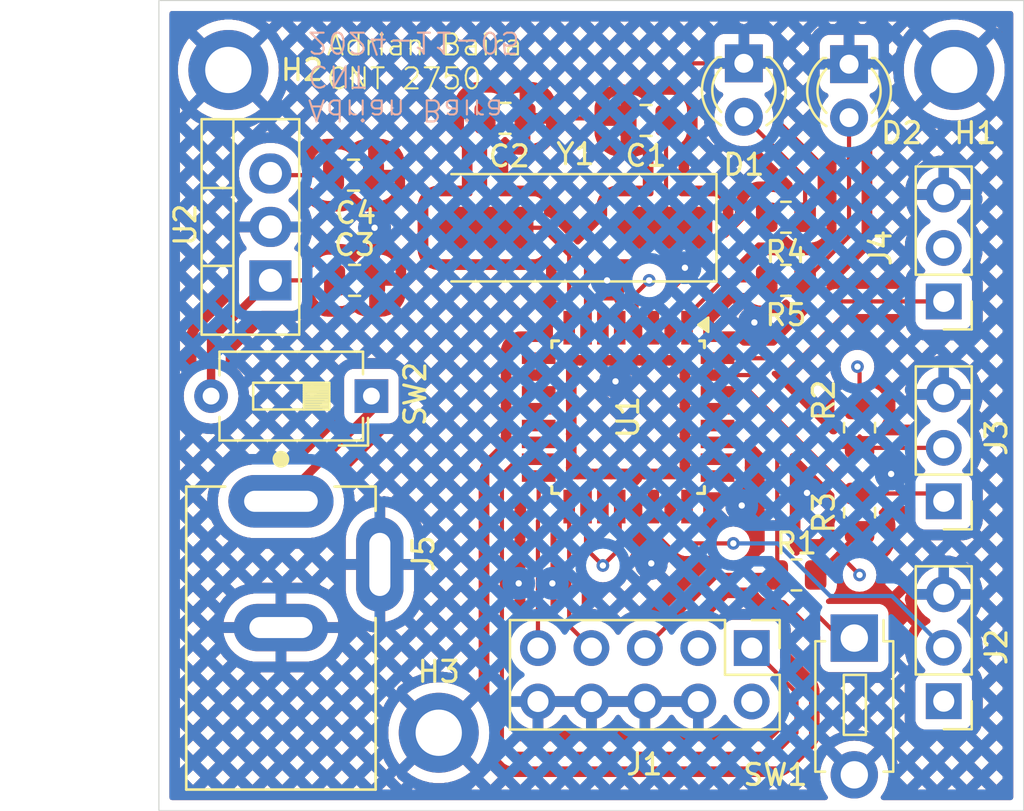
<source format=kicad_pcb>
(kicad_pcb (version 20240108) (generator "pcbnew") (generator_version "8.0")
  (layers (0 "F.Cu" signal) (1 "In1.Cu" signal) (2 "In2.Cu" signal) (31 "B.Cu" signal) (34 "B.Paste" user) (35 "F.Paste" user) (36 "B.SilkS" user "B.Silkscreen") (37 "F.SilkS" user "F.Silkscreen") (38 "B.Mask" user) (39 "F.Mask" user) (44 "Edge.Cuts" user))
  (net 0 "")
  (net 1 "Net-(D1-A)")
  (net 2 "Net-(U1-PD4)")
  (net 3 "GND")
  (net 4 "+5V")
  (net 6 "Net-(SW2-A)")
  (net 7 "Net-(D2-A)")
  (net 10 "Net-(J1-Pin_7)")
  (net 11 "Net-(U1-XTAL2{slash}PB7)")
  (net 14 "Net-(U1-PD3)")
  (net 22 "Net-(J3-Pin_1)")
  (net 23 "Net-(J2-Pin_2)")
  (net 24 "Net-(U1-XTAL1{slash}PB6)")
  (net 26 "Net-(J1-Pin_5)")
  (net 28 "Net-(J1-Pin_9)")
  (net 30 "Net-(SW2-B)")
  (net 31 "Net-(J1-Pin_1)")
  (net 33 "Net-(J3-Pin_2)")
  (net 34 "Net-(J4-Pin_1)")
  (footprint "Resistor_SMD:R_0805_2012Metric" (layer "F.Cu") (at 150 92.5 180)
    (property "Reference" "R4" (at 0 -1.65 0) (layer "F.SilkS"))
    (property "Value" "330")
    (fp_line (start -0.227064 0.735) (end 0.227064 0.735) (stroke (width 0.12)) (layer "F.SilkS"))
    (fp_line (start -0.227064 -0.735) (end 0.227064 -0.735) (stroke (width 0.12)) (layer "F.SilkS"))
    (pad "1" smd roundrect (at -0.9125 0 180) (size 1.025 1.4) (layers "F.Cu" "F.Paste" "F.Mask") (roundrect_rratio 0.243902) (net 1 "Net-(D1-A)"))
    (pad "2" smd roundrect (at 0.9125 0 180) (size 1.025 1.4) (layers "F.Cu" "F.Paste" "F.Mask") (roundrect_rratio 0.243902) (net 2 "Net-(U1-PD4)"))
  )
  (footprint "MountingHole:MountingHole_2.2mm_M2_DIN965_Pad" (layer "F.Cu") (at 158 85.5)
    (property "Reference" "H1" (at 1 3 0) (layer "F.SilkS"))
    (property "Value" "MountHole")
    (pad "1" thru_hole circle (at 0 0) (size 3.8 3.8) (drill 2.2) (layers "*.Cu" "*.Mask") (net 3 "GND"))
  )
  (footprint "PJ_002B:CUI_PJ-002B" (layer "F.Cu") (at 126 106 -90)
    (property "Reference" "J5" (at 2.486547 -6.769195 90) (layer "F.SilkS") (effects (font (size 1.000622 1.000622))))
    (property "Value" "PJ-002B")
    (fp_line (start -0.7 4.5) (end -0.7 2.65) (stroke (width 0.127)) (layer "F.SilkS"))
    (fp_line (start 13.7 4.5) (end -0.7 4.5) (stroke (width 0.127)) (layer "F.SilkS"))
    (fp_line (start -0.7 -2.55) (end -0.7 -4.5) (stroke (width 0.127)) (layer "F.SilkS"))
    (fp_line (start -0.7 -4.5) (end 0.45 -4.5) (stroke (width 0.127)) (layer "F.SilkS"))
    (fp_line (start 5.55 -4.5) (end 13.7 -4.5) (stroke (width 0.127)) (layer "F.SilkS"))
    (fp_line (start 13.7 -4.5) (end 13.7 4.5) (stroke (width 0.127)) (layer "F.SilkS"))
    (fp_circle (center -2 0) (end -1.8 0) (stroke (width 0.4)) (fill none) (layer "F.SilkS"))
    (pad "1" thru_hole oval (at 0 0 270) (size 2.5 5) (drill oval 1 3.5) (layers "*.Cu" "*.Mask") (net 6 "Net-(SW2-A)"))
    (pad "2" thru_hole oval (at 6 0 270) (size 2.25 4.5) (drill oval 1 3) (layers "*.Cu" "*.Mask") (net 3 "GND"))
    (pad "3" thru_hole oval (at 3 -4.7 270) (size 4.5 2.25) (drill oval 3 1) (layers "*.Cu" "*.Mask") (net 3 "GND"))
  )
  (footprint "Connector_PinHeader_2.54mm:PinHeader_1x03_P2.54mm_Vertical" (layer "F.Cu") (at 157.5 106 180)
    (property "Reference" "J3" (at -2.5 3.025 90) (layer "F.SilkS"))
    (property "Value" "UART")
    (fp_line (start 1.33 1.27) (end 1.33 6.41) (stroke (width 0.12)) (layer "F.SilkS"))
    (fp_line (start -1.33 6.41) (end 1.33 6.41) (stroke (width 0.12)) (layer "F.SilkS"))
    (fp_line (start -1.33 1.27) (end 1.33 1.27) (stroke (width 0.12)) (layer "F.SilkS"))
    (fp_line (start -1.33 1.27) (end -1.33 6.41) (stroke (width 0.12)) (layer "F.SilkS"))
    (fp_line (start -1.33 0) (end -1.33 -1.33) (stroke (width 0.12)) (layer "F.SilkS"))
    (fp_line (start -1.33 -1.33) (end 0 -1.33) (stroke (width 0.12)) (layer "F.SilkS"))
    (pad "1" thru_hole rect (at 0 0 180) (size 1.7 1.7) (drill 1) (layers "*.Cu" "*.Mask") (net 22 "Net-(J3-Pin_1)"))
    (pad "2" thru_hole oval (at 0 2.54 180) (size 1.7 1.7) (drill 1) (layers "*.Cu" "*.Mask") (net 33 "Net-(J3-Pin_2)"))
    (pad "3" thru_hole oval (at 0 5.08 180) (size 1.7 1.7) (drill 1) (layers "*.Cu" "*.Mask") (net 3 "GND"))
  )
  (footprint "Crystal:Crystal_SMD_HC49-SD" (layer "F.Cu") (at 140 93 180)
    (property "Reference" "Y1" (at 0 3.5 0) (layer "F.SilkS"))
    (property "Value" "16MHz")
    (fp_line (start 5.9 -2.55) (end -6.7 -2.55) (stroke (width 0.12)) (layer "F.SilkS"))
    (fp_line (start -6.7 2.55) (end 5.9 2.55) (stroke (width 0.12)) (layer "F.SilkS"))
    (fp_line (start -6.7 -2.55) (end -6.7 2.55) (stroke (width 0.12)) (layer "F.SilkS"))
    (pad "1" smd rect (at -4.25 0 180) (size 4.5 2) (layers "F.Cu" "F.Paste" "F.Mask") (net 24 "Net-(U1-XTAL1{slash}PB6)"))
    (pad "2" smd rect (at 4.25 0 180) (size 4.5 2) (layers "F.Cu" "F.Paste" "F.Mask") (net 11 "Net-(U1-XTAL2{slash}PB7)"))
  )
  (footprint "Button_Switch_THT:SW_PUSH_1P1T_6x3.5mm_H4.3_APEM_MJTP1243" (layer "F.Cu") (at 153.25 112.5 -90)
    (property "Reference" "SW1" (at 6.5 3.75 180) (layer "F.SilkS"))
    (property "Value" "RESET")
    (fp_line (start 0.15 1.85) (end 6.35 1.85) (stroke (width 0.12)) (layer "F.SilkS"))
    (fp_line (start 0.15 1.39) (end 0.15 1.85) (stroke (width 0.12)) (layer "F.SilkS"))
    (fp_line (start 6.35 1.39) (end 6.35 1.85) (stroke (width 0.12)) (layer "F.SilkS"))
    (fp_line (start 0.15 -1.39) (end -0.85 -1.39) (stroke (width 0.12)) (layer "F.SilkS"))
    (fp_line (start 0.15 -1.85) (end 0.15 -1.39) (stroke (width 0.12)) (layer "F.SilkS"))
    (fp_line (start 6.35 -1.85) (end 6.35 -1.39) (stroke (width 0.12)) (layer "F.SilkS"))
    (fp_line (start 6.35 -1.85) (end 0.15 -1.85) (stroke (width 0.12)) (layer "F.SilkS"))
    (fp_rect (start 1.75 -0.55) (end 4.6 0.5) (stroke (width 0.12)) (fill none) (layer "F.SilkS"))
    (pad "1" thru_hole rect (at 0 0) (size 2.25 2.25) (drill 1.3) (layers "*.Cu" "*.Mask") (net 26 "Net-(J1-Pin_5)"))
    (pad "2" thru_hole circle (at 6.5 0) (size 2.25 2.25) (drill 1.3) (layers "*.Cu" "*.Mask") (net 3 "GND"))
  )
  (footprint "Button_Switch_THT:SW_DIP_SPSTx01_Slide_6.7x4.1mm_W7.62mm_P2.54mm_LowProfile" (layer "F.Cu") (at 130.3 101 180)
    (property "Reference" "SW2" (at -2.08 0.1 90) (layer "F.SilkS"))
    (property "Value" "SW_SPST")
    (fp_line (start 7.221 0.99) (end 7.221 2.11) (stroke (width 0.12)) (layer "F.SilkS"))
    (fp_line (start 7.221 -2.11) (end 7.221 -0.99) (stroke (width 0.12)) (layer "F.SilkS"))
    (fp_line (start 5.62 0.635) (end 5.62 -0.635) (stroke (width 0.12)) (layer "F.SilkS"))
    (fp_line (start 5.62 -0.635) (end 2 -0.635) (stroke (width 0.12)) (layer "F.SilkS"))
    (fp_line (start 3.206667 -0.635) (end 3.206667 0.635) (stroke (width 0.12)) (layer "F.SilkS"))
    (fp_line (start 2 0.635) (end 5.62 0.635) (stroke (width 0.12)) (layer "F.SilkS"))
    (fp_line (start 2 0.565) (end 3.206667 0.565) (stroke (width 0.12)) (layer "F.SilkS"))
    (fp_line (start 2 0.445) (end 3.206667 0.445) (stroke (width 0.12)) (layer "F.SilkS"))
    (fp_line (start 2 0.325) (end 3.206667 0.325) (stroke (width 0.12)) (layer "F.SilkS"))
    (fp_line (start 2 0.205) (end 3.206667 0.205) (stroke (width 0.12)) (layer "F.SilkS"))
    (fp_line (start 2 0.085) (end 3.206667 0.085) (stroke (width 0.12)) (layer "F.SilkS"))
    (fp_line (start 2 -0.035) (end 3.206667 -0.035) (stroke (width 0.12)) (layer "F.SilkS"))
    (fp_line (start 2 -0.155) (end 3.206667 -0.155) (stroke (width 0.12)) (layer "F.SilkS"))
    (fp_line (start 2 -0.275) (end 3.206667 -0.275) (stroke (width 0.12)) (layer "F.SilkS"))
    (fp_line (start 2 -0.395) (end 3.206667 -0.395) (stroke (width 0.12)) (layer "F.SilkS"))
    (fp_line (start 2 -0.515) (end 3.206667 -0.515) (stroke (width 0.12)) (layer "F.SilkS"))
    (fp_line (start 2 -0.635) (end 2 0.635) (stroke (width 0.12)) (layer "F.SilkS"))
    (fp_line (start 0.4 2.11) (end 7.221 2.11) (stroke (width 0.12)) (layer "F.SilkS"))
    (fp_line (start 0.4 1.04) (end 0.4 2.11) (stroke (width 0.12)) (layer "F.SilkS"))
    (fp_line (start 0.4 -2.11) (end 7.221 -2.11) (stroke (width 0.12)) (layer "F.SilkS"))
    (fp_line (start 0.4 -2.11) (end 0.4 -1.04) (stroke (width 0.12)) (layer "F.SilkS"))
    (fp_line (start 0.16 -2.35) (end 1.543 -2.35) (stroke (width 0.12)) (layer "F.SilkS"))
    (fp_line (start 0.16 -2.35) (end 0.16 -1.04) (stroke (width 0.12)) (layer "F.SilkS"))
    (pad "1" thru_hole rect (at 0 0 180) (size 1.6 1.6) (drill 0.8) (layers "*.Cu" "*.Mask") (net 6 "Net-(SW2-A)"))
    (pad "2" thru_hole oval (at 7.62 0 180) (size 1.6 1.6) (drill 0.8) (layers "*.Cu" "*.Mask") (net 30 "Net-(SW2-B)"))
  )
  (footprint "Capacitor_SMD:C_0805_2012Metric" (layer "F.Cu") (at 136.65 87.8)
    (property "Reference" "C2" (at 0.2 1.8 0) (layer "F.SilkS"))
    (property "Value" "18pF")
    (fp_line (start -0.261252 -0.735) (end 0.261252 -0.735) (stroke (width 0.12)) (layer "F.SilkS"))
    (fp_line (start -0.261252 0.735) (end 0.261252 0.735) (stroke (width 0.12)) (layer "F.SilkS"))
    (pad "1" smd roundrect (at -0.95 0) (size 1 1.45) (layers "F.Cu" "F.Paste" "F.Mask") (net 11 "Net-(U1-XTAL2{slash}PB7)"))
    (pad "2" smd roundrect (at 0.95 0) (size 1 1.45) (layers "F.Cu" "F.Paste" "F.Mask") (net 3 "GND"))
  )
  (footprint "Resistor_SMD:R_0805_2012Metric" (layer "F.Cu") (at 150 95.5 180)
    (property "Reference" "R5" (at 0 -1.65 0) (layer "F.SilkS"))
    (property "Value" "330")
    (fp_line (start -0.227064 0.735) (end 0.227064 0.735) (stroke (width 0.12)) (layer "F.SilkS"))
    (fp_line (start -0.227064 -0.735) (end 0.227064 -0.735) (stroke (width 0.12)) (layer "F.SilkS"))
    (pad "1" smd roundrect (at -0.9125 0 180) (size 1.025 1.4) (layers "F.Cu" "F.Paste" "F.Mask") (roundrect_rratio 0.243902) (net 7 "Net-(D2-A)"))
    (pad "2" smd roundrect (at 0.9125 0 180) (size 1.025 1.4) (layers "F.Cu" "F.Paste" "F.Mask") (roundrect_rratio 0.243902) (net 14 "Net-(U1-PD3)"))
  )
  (footprint "Capacitor_SMD:C_0805_2012Metric" (layer "F.Cu") (at 129.45 90.5)
    (property "Reference" "C4" (at 0.1 1.8 0) (layer "F.SilkS"))
    (property "Value" "0.22uF")
    (fp_line (start -0.261252 -0.735) (end 0.261252 -0.735) (stroke (width 0.12)) (layer "F.SilkS"))
    (fp_line (start -0.261252 0.735) (end 0.261252 0.735) (stroke (width 0.12)) (layer "F.SilkS"))
    (pad "1" smd roundrect (at -0.95 0) (size 1 1.45) (layers "F.Cu" "F.Paste" "F.Mask") (net 4 "+5V"))
    (pad "2" smd roundrect (at 0.95 0) (size 1 1.45) (layers "F.Cu" "F.Paste" "F.Mask") (net 3 "GND"))
  )
  (footprint "Capacitor_SMD:C_0805_2012Metric" (layer "F.Cu") (at 143.35 87.9 180)
    (property "Reference" "C1" (at 0 -1.68 0) (layer "F.SilkS"))
    (property "Value" "18pF")
    (fp_line (start -0.261252 0.735) (end 0.261252 0.735) (stroke (width 0.12)) (layer "F.SilkS"))
    (fp_line (start -0.261252 -0.735) (end 0.261252 -0.735) (stroke (width 0.12)) (layer "F.SilkS"))
    (pad "1" smd roundrect (at -0.95 0 180) (size 1 1.45) (layers "F.Cu" "F.Paste" "F.Mask") (net 24 "Net-(U1-XTAL1{slash}PB6)"))
    (pad "2" smd roundrect (at 0.95 0 180) (size 1 1.45) (layers "F.Cu" "F.Paste" "F.Mask") (net 3 "GND"))
  )
  (footprint "Connector_PinHeader_2.54mm:PinHeader_2x05_P2.54mm_Vertical" (layer "F.Cu") (at 148.375 112.975 -90)
    (property "Reference" "J1" (at 5.525 5.1 0) (layer "F.SilkS"))
    (property "Value" "10PinConnector")
    (fp_line (start -1.33 11.49) (end 3.87 11.49) (stroke (width 0.12)) (layer "F.SilkS"))
    (fp_line (start -1.33 1.27) (end -1.33 11.49) (stroke (width 0.12)) (layer "F.SilkS"))
    (fp_line (start -1.33 1.27) (end 1.27 1.27) (stroke (width 0.12)) (layer "F.SilkS"))
    (fp_line (start 1.27 1.27) (end 1.27 -1.33) (stroke (width 0.12)) (layer "F.SilkS"))
    (fp_line (start -1.33 0) (end -1.33 -1.33) (stroke (width 0.12)) (layer "F.SilkS"))
    (fp_line (start -1.33 -1.33) (end 0 -1.33) (stroke (width 0.12)) (layer "F.SilkS"))
    (fp_line (start 1.27 -1.33) (end 3.87 -1.33) (stroke (width 0.12)) (layer "F.SilkS"))
    (fp_line (start 3.87 -1.33) (end 3.87 11.49) (stroke (width 0.12)) (layer "F.SilkS"))
    (pad "1" thru_hole rect (at 0 0 270) (size 1.7 1.7) (drill 1) (layers "*.Cu" "*.Mask") (net 31 "Net-(J1-Pin_1)"))
    (pad "2" thru_hole oval (at 2.54 0 270) (size 1.7 1.7) (drill 1) (layers "*.Cu" "*.Mask") (net 4 "+5V"))
    (pad "3" thru_hole oval (at 0 2.54 270) (size 1.7 1.7) (drill 1) (layers "*.Cu" "*.Mask"))
    (pad "4" thru_hole oval (at 2.54 2.54 270) (size 1.7 1.7) (drill 1) (layers "*.Cu" "*.Mask") (net 3 "GND"))
    (pad "5" thru_hole oval (at 0 5.08 270) (size 1.7 1.7) (drill 1) (layers "*.Cu" "*.Mask") (net 26 "Net-(J1-Pin_5)"))
    (pad "6" thru_hole oval (at 2.54 5.08 270) (size 1.7 1.7) (drill 1) (layers "*.Cu" "*.Mask") (net 3 "GND"))
    (pad "7" thru_hole oval (at 0 7.62 270) (size 1.7 1.7) (drill 1) (layers "*.Cu" "*.Mask") (net 10 "Net-(J1-Pin_7)"))
    (pad "8" thru_hole oval (at 2.54 7.62 270) (size 1.7 1.7) (drill 1) (layers "*.Cu" "*.Mask") (net 3 "GND"))
    (pad "9" thru_hole oval (at 0 10.16 270) (size 1.7 1.7) (drill 1) (layers "*.Cu" "*.Mask") (net 28 "Net-(J1-Pin_9)"))
    (pad "10" thru_hole oval (at 2.54 10.16 270) (size 1.7 1.7) (drill 1) (layers "*.Cu" "*.Mask") (net 3 "GND"))
  )
  (footprint "Resistor_SMD:R_0805_2012Metric" (layer "F.Cu") (at 150.5 109.5 180)
    (property "Reference" "R1" (at 0 1.5 0) (layer "F.SilkS"))
    (property "Value" "10K")
    (fp_line (start -0.227064 0.735) (end 0.227064 0.735) (stroke (width 0.12)) (layer "F.SilkS"))
    (fp_line (start -0.227064 -0.735) (end 0.227064 -0.735) (stroke (width 0.12)) (layer "F.SilkS"))
    (pad "1" smd roundrect (at -0.9125 0 180) (size 1.025 1.4) (layers "F.Cu" "F.Paste" "F.Mask") (roundrect_rratio 0.243902) (net 4 "+5V"))
    (pad "2" smd roundrect (at 0.9125 0 180) (size 1.025 1.4) (layers "F.Cu" "F.Paste" "F.Mask") (roundrect_rratio 0.243902) (net 26 "Net-(J1-Pin_5)"))
  )
  (footprint "Package_TO_SOT_THT:TO-220-3_Vertical" (layer "F.Cu") (at 125.5 95.5 90)
    (property "Reference" "U2" (at 2.64 -4.045 90) (layer "F.SilkS"))
    (property "Value" "LM7805_TO220")
    (fp_line (start 7.66 -3.27) (end 7.66 1.371) (stroke (width 0.12)) (layer "F.SilkS"))
    (fp_line (start 4.391 -3.27) (end 4.391 -1.76) (stroke (width 0.12)) (layer "F.SilkS"))
    (fp_line (start 0.69 -3.27) (end 0.69 -1.76) (stroke (width 0.12)) (layer "F.SilkS"))
    (fp_line (start -2.58 -3.27) (end 7.66 -3.27) (stroke (width 0.12)) (layer "F.SilkS"))
    (fp_line (start -2.58 -3.27) (end -2.58 1.371) (stroke (width 0.12)) (layer "F.SilkS"))
    (fp_line (start -2.58 -1.76) (end 7.66 -1.76) (stroke (width 0.12)) (layer "F.SilkS"))
    (fp_line (start -2.58 1.371) (end 7.66 1.371) (stroke (width 0.12)) (layer "F.SilkS"))
    (pad "1" thru_hole rect (at 0 0 90) (size 1.905 2) (drill 1.1) (layers "*.Cu" "*.Mask") (net 30 "Net-(SW2-B)"))
    (pad "2" thru_hole oval (at 2.54 0 90) (size 1.905 2) (drill 1.1) (layers "*.Cu" "*.Mask") (net 3 "GND"))
    (pad "3" thru_hole oval (at 5.08 0 90) (size 1.905 2) (drill 1.1) (layers "*.Cu" "*.Mask") (net 4 "+5V"))
  )
  (footprint "Connector_PinHeader_2.54mm:PinHeader_1x03_P2.54mm_Vertical" (layer "F.Cu") (at 157.5 115.5 180)
    (property "Reference" "J2" (at -2.5 2.58 90) (layer "F.SilkS"))
    (property "Value" "MotionSensor")
    (fp_line (start 1.33 1.27) (end 1.33 6.41) (stroke (width 0.12)) (layer "F.SilkS"))
    (fp_line (start -1.33 6.41) (end 1.33 6.41) (stroke (width 0.12)) (layer "F.SilkS"))
    (fp_line (start -1.33 1.27) (end 1.33 1.27) (stroke (width 0.12)) (layer "F.SilkS"))
    (fp_line (start -1.33 1.27) (end -1.33 6.41) (stroke (width 0.12)) (layer "F.SilkS"))
    (fp_line (start -1.33 0) (end -1.33 -1.33) (stroke (width 0.12)) (layer "F.SilkS"))
    (fp_line (start -1.33 -1.33) (end 0 -1.33) (stroke (width 0.12)) (layer "F.SilkS"))
    (pad "1" thru_hole rect (at 0 0 180) (size 1.7 1.7) (drill 1) (layers "*.Cu" "*.Mask") (net 4 "+5V"))
    (pad "2" thru_hole oval (at 0 2.54 180) (size 1.7 1.7) (drill 1) (layers "*.Cu" "*.Mask") (net 23 "Net-(J2-Pin_2)"))
    (pad "3" thru_hole oval (at 0 5.08 180) (size 1.7 1.7) (drill 1) (layers "*.Cu" "*.Mask") (net 3 "GND"))
  )
  (footprint "MountingHole:MountingHole_2.2mm_M2_DIN965_Pad" (layer "F.Cu") (at 133.5 117)
    (property "Reference" "H3" (at 0 -2.9 0) (layer "F.SilkS"))
    (property "Value" "MountHole")
    (pad "1" thru_hole circle (at 0 0) (size 3.8 3.8) (drill 2.2) (layers "*.Cu" "*.Mask") (net 3 "GND"))
  )
  (footprint "Capacitor_SMD:C_0805_2012Metric" (layer "F.Cu") (at 129.5 95.5)
    (property "Reference" "C3" (at 0 -1.68 0) (layer "F.SilkS"))
    (property "Value" "0.22uF")
    (fp_line (start -0.261252 -0.735) (end 0.261252 -0.735) (stroke (width 0.12)) (layer "F.SilkS"))
    (fp_line (start -0.261252 0.735) (end 0.261252 0.735) (stroke (width 0.12)) (layer "F.SilkS"))
    (pad "1" smd roundrect (at -0.95 0) (size 1 1.45) (layers "F.Cu" "F.Paste" "F.Mask") (net 30 "Net-(SW2-B)"))
    (pad "2" smd roundrect (at 0.95 0) (size 1 1.45) (layers "F.Cu" "F.Paste" "F.Mask") (net 3 "GND"))
  )
  (footprint "Package_QFP:TQFP-32_7x7mm_P0.8mm" (layer "F.Cu") (at 142.5 102 -90)
    (property "Reference" "U1" (at 0 0 90) (layer "F.SilkS"))
    (property "Value" "ATmega328PB-A")
    (fp_line (start -3.625 3.625) (end -3.3 3.625) (stroke (width 0.15)) (layer "F.SilkS"))
    (fp_line (start -3.625 3.625) (end -3.625 3.3) (stroke (width 0.15)) (layer "F.SilkS"))
    (fp_line (start 3.625 3.625) (end 3.3 3.625) (stroke (width 0.15)) (layer "F.SilkS"))
    (fp_line (start 3.625 3.625) (end 3.625 3.3) (stroke (width 0.15)) (layer "F.SilkS"))
    (fp_line (start -3.625 -3.625) (end -3.625 -3.4) (stroke (width 0.15)) (layer "F.SilkS"))
    (fp_line (start -3.625 -3.625) (end -3.3 -3.625) (stroke (width 0.15)) (layer "F.SilkS"))
    (fp_line (start 3.625 -3.625) (end 3.625 -3.3) (stroke (width 0.15)) (layer "F.SilkS"))
    (fp_line (start 3.625 -3.625) (end 3.3 -3.625) (stroke (width 0.15)) (layer "F.SilkS"))
    (fp_poly (pts (xy -4.39 -3.34) (xy -4.73 -3.81) (xy -4.05 -3.81) (xy -4.39 -3.34)) (stroke (width 0.12)) (fill solid) (layer "F.SilkS"))
    (pad "1" smd rect (at -4.25 -2.8 270) (size 1.6 0.55) (layers "F.Cu" "F.Paste" "F.Mask") (net 14 "Net-(U1-PD3)"))
    (pad "2" smd rect (at -4.25 -2 270) (size 1.6 0.55) (layers "F.Cu" "F.Paste" "F.Mask") (net 2 "Net-(U1-PD4)"))
    (pad "3" smd rect (at -4.25 -1.2 270) (size 1.6 0.55) (layers "F.Cu" "F.Paste" "F.Mask"))
    (pad "4" smd rect (at -4.25 -0.4 270) (size 1.6 0.55) (layers "F.Cu" "F.Paste" "F.Mask") (net 4 "+5V"))
    (pad "5" smd rect (at -4.25 0.4 270) (size 1.6 0.55) (layers "F.Cu" "F.Paste" "F.Mask") (net 3 "GND"))
    (pad "6" smd rect (at -4.25 1.2 270) (size 1.6 0.55) (layers "F.Cu" "F.Paste" "F.Mask"))
    (pad "7" smd rect (at -4.25 2 270) (size 1.6 0.55) (layers "F.Cu" "F.Paste" "F.Mask") (net 24 "Net-(U1-XTAL1{slash}PB6)"))
    (pad "8" smd rect (at -4.25 2.8 270) (size 1.6 0.55) (layers "F.Cu" "F.Paste" "F.Mask") (net 11 "Net-(U1-XTAL2{slash}PB7)"))
    (pad "9" smd rect (at -2.8 4.25) (size 1.6 0.55) (layers "F.Cu" "F.Paste" "F.Mask"))
    (pad "10" smd rect (at -2 4.25) (size 1.6 0.55) (layers "F.Cu" "F.Paste" "F.Mask"))
    (pad "11" smd rect (at -1.2 4.25) (size 1.6 0.55) (layers "F.Cu" "F.Paste" "F.Mask"))
    (pad "12" smd rect (at -0.4 4.25) (size 1.6 0.55) (layers "F.Cu" "F.Paste" "F.Mask"))
    (pad "13" smd rect (at 0.4 4.25) (size 1.6 0.55) (layers "F.Cu" "F.Paste" "F.Mask"))
    (pad "14" smd rect (at 1.2 4.25) (size 1.6 0.55) (layers "F.Cu" "F.Paste" "F.Mask"))
    (pad "15" smd rect (at 2 4.25) (size 1.6 0.55) (layers "F.Cu" "F.Paste" "F.Mask") (net 31 "Net-(J1-Pin_1)"))
    (pad "16" smd rect (at 2.8 4.25) (size 1.6 0.55) (layers "F.Cu" "F.Paste" "F.Mask") (net 28 "Net-(J1-Pin_9)"))
    (pad "17" smd rect (at 4.25 2.8 270) (size 1.6 0.55) (layers "F.Cu" "F.Paste" "F.Mask") (net 10 "Net-(J1-Pin_7)"))
    (pad "18" smd rect (at 4.25 2 270) (size 1.6 0.55) (layers "F.Cu" "F.Paste" "F.Mask") (net 4 "+5V"))
    (pad "19" smd rect (at 4.25 1.2 270) (size 1.6 0.55) (layers "F.Cu" "F.Paste" "F.Mask"))
    (pad "20" smd rect (at 4.25 0.4 270) (size 1.6 0.55) (layers "F.Cu" "F.Paste" "F.Mask") (net 4 "+5V"))
    (pad "21" smd rect (at 4.25 -0.4 270) (size 1.6 0.55) (layers "F.Cu" "F.Paste" "F.Mask") (net 3 "GND"))
    (pad "22" smd rect (at 4.25 -1.2 270) (size 1.6 0.55) (layers "F.Cu" "F.Paste" "F.Mask"))
    (pad "23" smd rect (at 4.25 -2 270) (size 1.6 0.55) (layers "F.Cu" "F.Paste" "F.Mask") (net 23 "Net-(J2-Pin_2)"))
    (pad "24" smd rect (at 4.25 -2.8 270) (size 1.6 0.55) (layers "F.Cu" "F.Paste" "F.Mask"))
    (pad "25" smd rect (at 2.8 -4.25) (size 1.6 0.55) (layers "F.Cu" "F.Paste" "F.Mask"))
    (pad "26" smd rect (at 2 -4.25) (size 1.6 0.55) (layers "F.Cu" "F.Paste" "F.Mask"))
    (pad "27" smd rect (at 1.2 -4.25) (size 1.6 0.55) (layers "F.Cu" "F.Paste" "F.Mask"))
    (pad "28" smd rect (at 0.4 -4.25) (size 1.6 0.55) (layers "F.Cu" "F.Paste" "F.Mask"))
    (pad "29" smd rect (at -0.4 -4.25) (size 1.6 0.55) (layers "F.Cu" "F.Paste" "F.Mask") (net 26 "Net-(J1-Pin_5)"))
    (pad "30" smd rect (at -1.2 -4.25) (size 1.6 0.55) (layers "F.Cu" "F.Paste" "F.Mask") (net 22 "Net-(J3-Pin_1)"))
    (pad "31" smd rect (at -2 -4.25) (size 1.6 0.55) (layers "F.Cu" "F.Paste" "F.Mask") (net 33 "Net-(J3-Pin_2)"))
    (pad "32" smd rect (at -2.8 -4.25) (size 1.6 0.55) (layers "F.Cu" "F.Paste" "F.Mask") (net 34 "Net-(J4-Pin_1)"))
  )
  (footprint "Resistor_SMD:R_0805_2012Metric" (layer "F.Cu") (at 153.5 106.54 -90)
    (property "Reference" "R3" (at 0 1.7 90) (layer "F.SilkS"))
    (property "Value" "10K")
    (fp_line (start -0.227064 0.735) (end 0.227064 0.735) (stroke (width 0.12)) (layer "F.SilkS"))
    (fp_line (start -0.227064 -0.735) (end 0.227064 -0.735) (stroke (width 0.12)) (layer "F.SilkS"))
    (pad "1" smd roundrect (at -0.9125 0 270) (size 1.025 1.4) (layers "F.Cu" "F.Paste" "F.Mask") (roundrect_rratio 0.243902) (net 22 "Net-(J3-Pin_1)"))
    (pad "2" smd roundrect (at 0.9125 0 270) (size 1.025 1.4) (layers "F.Cu" "F.Paste" "F.Mask") (roundrect_rratio 0.243902) (net 4 "+5V"))
  )
  (footprint "LED_THT:LED_D3.0mm" (layer "F.Cu") (at 153 85.225 -90)
    (property "Reference" "D2" (at 3.275 -2.5 0) (layer "F.SilkS"))
    (property "Value" "LED")
    (fp_line (start -0.29 1.08) (end -0.29 1.236) (stroke (width 0.12)) (layer "F.SilkS"))
    (fp_line (start -0.29 -1.236) (end -0.29 -1.08) (stroke (width 0.12)) (layer "F.SilkS"))
    (fp_arc (start 2.31113 1.079837) (mid 1.270117 1.5) (end 0.229039 1.08) (stroke (width 0.12)) (layer "F.SilkS"))
    (fp_arc (start 2.942335 1.078608) (mid 1.366487 1.987659) (end -0.29 1.235516) (stroke (width 0.12)) (layer "F.SilkS"))
    (fp_arc (start 0.229039 -1.08) (mid 1.270117 -1.5) (end 2.31113 -1.079837) (stroke (width 0.12)) (layer "F.SilkS"))
    (fp_arc (start -0.29 -1.235516) (mid 1.366487 -1.987659) (end 2.942335 -1.078608) (stroke (width 0.12)) (layer "F.SilkS"))
    (pad "1" thru_hole rect (at 0 0 270) (size 1.8 1.8) (drill 0.9) (layers "*.Cu" "*.Mask") (net 3 "GND"))
    (pad "2" thru_hole circle (at 2.54 0 270) (size 1.8 1.8) (drill 0.9) (layers "*.Cu" "*.Mask") (net 7 "Net-(D2-A)"))
  )
  (footprint "Resistor_SMD:R_0805_2012Metric" (layer "F.Cu") (at 153.5 102.5 90)
    (property "Reference" "R2" (at 1.3 -1.7 90) (layer "F.SilkS"))
    (property "Value" "10K")
    (fp_line (start -0.227064 -0.735) (end 0.227064 -0.735) (stroke (width 0.12)) (layer "F.SilkS"))
    (fp_line (start -0.227064 0.735) (end 0.227064 0.735) (stroke (width 0.12)) (layer "F.SilkS"))
    (pad "1" smd roundrect (at -0.9125 0 90) (size 1.025 1.4) (layers "F.Cu" "F.Paste" "F.Mask") (roundrect_rratio 0.243902) (net 33 "Net-(J3-Pin_2)"))
    (pad "2" smd roundrect (at 0.9125 0 90) (size 1.025 1.4) (layers "F.Cu" "F.Paste" "F.Mask") (roundrect_rratio 0.243902) (net 4 "+5V"))
  )
  (footprint "LED_THT:LED_D3.0mm" (layer "F.Cu") (at 148 85.185 -90)
    (property "Reference" "D1" (at 4.815 0 0) (layer "F.SilkS"))
    (property "Value" "LED")
    (fp_line (start -0.29 1.08) (end -0.29 1.236) (stroke (width 0.12)) (layer "F.SilkS"))
    (fp_line (start -0.29 -1.236) (end -0.29 -1.08) (stroke (width 0.12)) (layer "F.SilkS"))
    (fp_arc (start 2.31113 1.079837) (mid 1.270117 1.5) (end 0.229039 1.08) (stroke (width 0.12)) (layer "F.SilkS"))
    (fp_arc (start 2.942335 1.078608) (mid 1.366487 1.987659) (end -0.29 1.235516) (stroke (width 0.12)) (layer "F.SilkS"))
    (fp_arc (start 0.229039 -1.08) (mid 1.270117 -1.5) (end 2.31113 -1.079837) (stroke (width 0.12)) (layer "F.SilkS"))
    (fp_arc (start -0.29 -1.235516) (mid 1.366487 -1.987659) (end 2.942335 -1.078608) (stroke (width 0.12)) (layer "F.SilkS"))
    (pad "1" thru_hole rect (at 0 0 270) (size 1.8 1.8) (drill 0.9) (layers "*.Cu" "*.Mask") (net 3 "GND"))
    (pad "2" thru_hole circle (at 2.54 0 270) (size 1.8 1.8) (drill 0.9) (layers "*.Cu" "*.Mask") (net 1 "Net-(D1-A)"))
  )
  (footprint "MountingHole:MountingHole_2.2mm_M2_DIN965_Pad" (layer "F.Cu") (at 123.5 85.5)
    (property "Reference" "H2" (at 3.5 0 0) (layer "F.SilkS"))
    (property "Value" "MountHole")
    (pad "1" thru_hole circle (at 0 0) (size 3.8 3.8) (drill 2.2) (layers "*.Cu" "*.Mask") (net 3 "GND"))
  )
  (footprint "Connector_PinHeader_2.54mm:PinHeader_1x03_P2.54mm_Vertical" (layer "F.Cu") (at 157.5 96.5 180)
    (property "Reference" "J4" (at 3 2.54 90) (layer "F.SilkS"))
    (property "Value" "MotorHeader")
    (fp_line (start 1.33 1.27) (end 1.33 6.41) (stroke (width 0.12)) (layer "F.SilkS"))
    (fp_line (start -1.33 6.41) (end 1.33 6.41) (stroke (width 0.12)) (layer "F.SilkS"))
    (fp_line (start -1.33 1.27) (end 1.33 1.27) (stroke (width 0.12)) (layer "F.SilkS"))
    (fp_line (start -1.33 1.27) (end -1.33 6.41) (stroke (width 0.12)) (layer "F.SilkS"))
    (fp_line (start -1.33 0) (end -1.33 -1.33) (stroke (width 0.12)) (layer "F.SilkS"))
    (fp_line (start -1.33 -1.33) (end 0 -1.33) (stroke (width 0.12)) (layer "F.SilkS"))
    (pad "1" thru_hole rect (at 0 0 180) (size 1.7 1.7) (drill 1) (layers "*.Cu" "*.Mask") (net 34 "Net-(J4-Pin_1)"))
    (pad "2" thru_hole oval (at 0 2.54 180) (size 1.7 1.7) (drill 1) (layers "*.Cu" "*.Mask") (net 4 "+5V"))
    (pad "3" thru_hole oval (at 0 5.08 180) (size 1.7 1.7) (drill 1) (layers "*.Cu" "*.Mask") (net 3 "GND"))
  )
  (gr_rect (start 120.2 82.2) (end 161.3 120.7) (stroke (width 0.05)) (fill none) (layer "Edge.Cuts"))
  (gr_text "Adrian Baira\nCNT\n2024-11-05" (at 127.2 83.6 180) (layer "B.SilkS") (effects (font (size 1 1) (thickness 0.1)) (justify left bottom mirror)))
  (gr_text "Adrian Baira\nCNT 2750" (at 128.1 86.5 0) (layer "F.SilkS") (effects (font (size 1 1) (thickness 0.1)) (justify left bottom)))
  (segment (start 150.9125 92.5) (end 150.9125 90.6375) (width 0.2) (layer "F.Cu") (net 1))
  (segment (start 150.9125 90.6375) (end 148 87.725) (width 0.2) (layer "F.Cu") (net 1))
  (segment (start 149 92.5) (end 144.5 97) (width 0.2) (layer "F.Cu") (net 2))
  (segment (start 144.5 97) (end 144.5 97.75) (width 0.2) (layer "F.Cu") (net 2))
  (segment (start 149.0875 92.5) (end 149 92.5) (width 0.2) (layer "F.Cu") (net 2))
  (segment (start 130.45 90.55) (end 130.4 90.5) (width 0.2) (layer "F.Cu") (net 3))
  (segment (start 142.9 108.25) (end 142.9 106.25) (width 0.2) (layer "F.Cu") (net 3))
  (segment (start 143.6 108.95) (end 142.9 108.25) (width 0.2) (layer "F.Cu") (net 3))
  (segment (start 141.5 95.5) (end 142.1 96.1) (width 0.2) (layer "F.Cu") (net 3))
  (segment (start 145.115 85.185) (end 148 85.185) (width 0.2) (layer "F.Cu") (net 3))
  (segment (start 142.3 87.8) (end 142.4 87.9) (width 0.2) (layer "F.Cu") (net 3))
  (segment (start 142.4 87.9) (end 145.115 85.185) (width 0.2) (layer "F.Cu") (net 3))
  (segment (start 137.6 87.8) (end 142.3 87.8) (width 0.2) (layer "F.Cu") (net 3))
  (segment (start 142.1 96.1) (end 142.1 97.75) (width 0.2) (layer "F.Cu") (net 3))
  (segment (start 130.45 95.5) (end 130.45 90.55) (width 0.2) (layer "F.Cu") (net 3))
  (via (at 141.9 100.3) (size 0.6) (drill 0.3) (layers "F.Cu" "B.Cu") (net 3))
  (via (at 141.5 95.5) (size 0.6) (drill 0.3) (layers "F.Cu" "B.Cu") (net 3))
  (via (at 130.45 93) (size 0.6) (drill 0.3) (layers "F.Cu" "B.Cu") (net 3))
  (via (at 147.9 106.2) (size 0.6) (drill 0.3) (layers "F.Cu" "B.Cu") (net 3))
  (via (at 145.2 94.9) (size 0.6) (drill 0.3) (layers "F.Cu" "B.Cu") (net 3))
  (via (at 148.5 97.5) (size 0.6) (drill 0.3) (layers "F.Cu" "B.Cu") (net 3))
  (via (at 155 104.7) (size 0.6) (drill 0.3) (layers "F.Cu" "B.Cu") (net 3))
  (via (at 137.3 109.9) (size 0.6) (drill 0.3) (layers "F.Cu" "B.Cu") (net 3))
  (via (at 151 105.6) (size 0.6) (drill 0.3) (layers "F.Cu" "B.Cu") (net 3))
  (via (at 138.9 109.9) (size 0.6) (drill 0.3) (layers "F.Cu" "B.Cu") (net 3))
  (via (at 143.6 108.95) (size 0.6) (drill 0.3) (layers "F.Cu" "B.Cu") (net 3))
  (segment (start 143.5 95.5) (end 142.9 96.1) (width 0.2) (layer "F.Cu") (net 4))
  (segment (start 153.5 99.9) (end 153.5 101.5875) (width 0.2) (layer "F.Cu") (net 4))
  (segment (start 151.4525 109.5) (end 151.4125 109.5) (width 0.2) (layer "F.Cu") (net 4))
  (segment (start 140.5 108.25) (end 140.5 106.25) (width 0.2) (layer "F.Cu") (net 4))
  (segment (start 141.3 109.05) (end 140.5 108.25) (width 0.2) (layer "F.Cu") (net 4))
  (segment (start 128.5 90.5) (end 125.58 90.5) (width 0.2) (layer "F.Cu") (net 4))
  (segment (start 125.58 90.5) (end 125.5 90.42) (width 0.2) (layer "F.Cu") (net 4))
  (segment (start 152.47625 108.47625) (end 151.4525 109.5) (width 0.2) (layer "F.Cu") (net 4))
  (segment (start 141.3 109.05) (end 142.1 108.25) (width 0.2) (layer "F.Cu") (net 4))
  (segment (start 153.5 107.4525) (end 152.47625 108.47625) (width 0.2) (layer "F.Cu") (net 4))
  (segment (start 152.47625 108.47625) (end 153.5 109.5) (width 0.2) (layer "F.Cu") (net 4))
  (segment (start 142.1 108.25) (end 142.1 106.25) (width 0.2) (layer "F.Cu") (net 4))
  (segment (start 153.4 99.6) (end 153.5 99.7) (width 0.2) (layer "F.Cu") (net 4))
  (segment (start 142.9 96.1) (end 142.9 97.75) (width 0.2) (layer "F.Cu") (net 4))
  (via (at 141.3 109.05) (size 0.6) (drill 0.3) (layers "F.Cu" "B.Cu") (net 4))
  (via (at 143.5 95.5) (size 0.6) (drill 0.3) (layers "F.Cu" "B.Cu") (net 4))
  (via (at 153.4 99.6) (size 0.6) (drill 0.3) (layers "F.Cu" "B.Cu") (net 4))
  (via (at 153.5 109.5) (size 0.6) (drill 0.3) (layers "F.Cu" "B.Cu") (net 4))
  (segment (start 130.3 101) (end 130.3 101.7) (width 0.2) (layer "F.Cu") (net 6))
  (segment (start 126 106) (end 126 105.5) (width 0.2) (layer "F.Cu") (net 6))
  (segment (start 130.3 101.7) (end 126 106) (width 0.4) (layer "F.Cu") (net 6))
  (segment (start 153 93.4125) (end 153 87.765) (width 0.2) (layer "F.Cu") (net 7))
  (segment (start 150.9125 95.5) (end 153 93.4125) (width 0.2) (layer "F.Cu") (net 7))
  (segment (start 139.7 111.92) (end 139.7 106.25) (width 0.2) (layer "F.Cu") (net 10))
  (segment (start 140.755 112.975) (end 139.7 111.92) (width 0.2) (layer "F.Cu") (net 10))
  (segment (start 139.7 97.75) (end 139.7 94.3) (width 0.2) (layer "F.Cu") (net 11))
  (segment (start 138.4 93) (end 135.75 93) (width 0.2) (layer "F.Cu") (net 11))
  (segment (start 139.7 94.3) (end 138.4 93) (width 0.2) (layer "F.Cu") (net 11))
  (segment (start 135.7 87.8) (end 135.7 92.95) (width 0.2) (layer "F.Cu") (net 11))
  (segment (start 135.7 92.95) (end 135.75 93) (width 0.2) (layer "F.Cu") (net 11))
  (segment (start 147 95.5) (end 149.0875 95.5) (width 0.2) (layer "F.Cu") (net 14))
  (segment (start 145.3 97.2) (end 147 95.5) (width 0.2) (layer "F.Cu") (net 14))
  (segment (start 145.3 97.75) (end 145.3 97.2) (width 0.2) (layer "F.Cu") (net 14))
  (segment (start 153.1275 105.6275) (end 148.3 100.8) (width 0.2) (layer "F.Cu") (net 22))
  (segment (start 148.3 100.8) (end 146.75 100.8) (width 0.2) (layer "F.Cu") (net 22))
  (segment (start 153.5875 105.54) (end 153.5 105.6275) (width 0.2) (layer "F.Cu") (net 22))
  (segment (start 153.5 105.6275) (end 157.1275 105.6275) (width 0.2) (layer "F.Cu") (net 22))
  (segment (start 157.1275 105.6275) (end 157.5 106) (width 0.2) (layer "F.Cu") (net 22))
  (segment (start 153.5 105.6275) (end 153.1275 105.6275) (width 0.2) (layer "F.Cu") (net 22))
  (segment (start 144.5 107.25) (end 144.5 106.25) (width 0.2) (layer "F.Cu") (net 23))
  (segment (start 145.25 108) (end 144.5 107.25) (width 0.2) (layer "F.Cu") (net 23))
  (segment (start 147.5 108) (end 145.25 108) (width 0.2) (layer "F.Cu") (net 23))
  (via (at 147.5 108) (size 0.6) (drill 0.3) (layers "F.Cu" "B.Cu") (net 23))
  (segment (start 152.1 110.5) (end 149.6 108) (width 0.2) (layer "B.Cu") (net 23))
  (segment (start 149.6 108) (end 147.5 108) (width 0.2) (layer "B.Cu") (net 23))
  (segment (start 157.5 112.96) (end 155.04 110.5) (width 0.2) (layer "B.Cu") (net 23))
  (segment (start 155.04 110.5) (end 152.1 110.5) (width 0.2) (layer "B.Cu") (net 23))
  (segment (start 144.3 92.95) (end 144.25 93) (width 0.2) (layer "F.Cu") (net 24))
  (segment (start 140.5 94.3) (end 141.8 93) (width 0.2) (layer "F.Cu") (net 24))
  (segment (start 144.3 87.9) (end 144.3 92.95) (width 0.2) (layer "F.Cu") (net 24))
  (segment (start 140.5 97.75) (end 140.5 94.3) (width 0.2) (layer "F.Cu") (net 24))
  (segment (start 141.8 93) (end 144.25 93) (width 0.2) (layer "F.Cu") (net 24))
  (segment (start 146.75 101.6) (end 147.625 101.6) (width 0.2) (layer "F.Cu") (net 26))
  (segment (start 149.5875 103.5625) (end 149 102.975) (width 0.2) (layer "F.Cu") (net 26))
  (segment (start 143.295 112.975) (end 146.77 109.5) (width 0.2) (layer "F.Cu") (net 26))
  (segment (start 149.5875 109.5) (end 152.5875 112.5) (width 0.2) (layer "F.Cu") (net 26))
  (segment (start 147.625 101.6) (end 149 102.975) (width 0.2) (layer "F.Cu") (net 26))
  (segment (start 149.5875 109.5) (end 149.5875 103.5625) (width 0.2) (layer "F.Cu") (net 26))
  (segment (start 146.77 109.5) (end 149.5875 109.5) (width 0.2) (layer "F.Cu") (net 26))
  (segment (start 152.5875 112.5) (end 153 112.5) (width 0.2) (layer "F.Cu") (net 26))
  (segment (start 138.25 106.9) (end 138.25 104.8) (width 0.2) (layer "F.Cu") (net 28))
  (segment (start 138.215 106.935) (end 138.25 106.9) (width 0.2) (layer "F.Cu") (net 28))
  (segment (start 138.215 106.935) (end 138.215 112.975) (width 0.2) (layer "F.Cu") (net 28))
  (segment (start 138.38 104.93) (end 138.25 104.8) (width 0.2) (layer "F.Cu") (net 28))
  (segment (start 122.68 101) (end 122.68 98.32) (width 0.4) (layer "F.Cu") (net 30))
  (segment (start 122.68 98.32) (end 125.5 95.5) (width 0.4) (layer "F.Cu") (net 30))
  (segment (start 125.5 95.5) (end 128.55 95.5) (width 0.2) (layer "F.Cu") (net 30))
  (segment (start 137 118) (end 136.5 117.5) (width 0.2) (layer "F.Cu") (net 31))
  (segment (start 148.375 112.975) (end 150.5 115.1) (width 0.2) (layer "F.Cu") (net 31))
  (segment (start 136.5 104.75) (end 137.25 104) (width 0.2) (layer "F.Cu") (net 31))
  (segment (start 150.5 117) (end 149.5 118) (width 0.2) (layer "F.Cu") (net 31))
  (segment (start 149.5 118) (end 137 118) (width 0.2) (layer "F.Cu") (net 31))
  (segment (start 136.5 117.5) (end 136.5 104.75) (width 0.2) (layer "F.Cu") (net 31))
  (segment (start 150.5 115.1) (end 150.5 117) (width 0.2) (layer "F.Cu") (net 31))
  (segment (start 137.25 104) (end 138.25 104) (width 0.2) (layer "F.Cu") (net 31))
  (segment (start 148.5 100) (end 146.75 100) (width 0.2) (layer "F.Cu") (net 33))
  (segment (start 151.9125 103.4125) (end 148.5 100) (width 0.2) (layer "F.Cu") (net 33))
  (segment (start 153.5475 103.46) (end 153.5 103.4125) (width 0.2) (layer "F.Cu") (net 33))
  (segment (start 153.5 103.4125) (end 151.9125 103.4125) (width 0.2) (layer "F.Cu") (net 33))
  (segment (start 153.5875 103) (end 153.5 102.9125) (width 0.2) (layer "F.Cu") (net 33))
  (segment (start 157.5 103.46) (end 153.5475 103.46) (width 0.2) (layer "F.Cu") (net 33))
  (segment (start 157.5 96.5) (end 152.42 96.5) (width 0.2) (layer "F.Cu") (net 34))
  (segment (start 152.42 96.5) (end 149.72 99.2) (width 0.2) (layer "F.Cu") (net 34))
  (segment (start 149.72 99.2) (end 146.75 99.2) (width 0.2) (layer "F.Cu") (net 34))
  (zone (net 3) (net_name "GND") (layers "F&B.Cu") (connect_pads (clearance 0.5)) (min_thickness 0.25) (fill yes (mode hatch) (thermal_gap 0.5) (thermal_bridge_width 0.5) (hatch_thickness 0.5) (hatch_gap 0.5) (hatch_orientation 45) (hatch_border_algorithm hatch_thickness) (hatch_min_hole_area 0.3))
    (polygon (pts (xy 120.2 82.2) (xy 161.3 82.2) (xy 161.3 120.7) (xy 120.2 120.7)))
  )
  (zone (net 3) (net_name "GND") (layers "F&B.Cu") (connect_pads (clearance 0.5)) (min_thickness 0.25) (fill yes (mode hatch) (thermal_gap 0.5) (thermal_bridge_width 0.5) (hatch_thickness 0.5) (hatch_gap 0.5) (hatch_orientation 45) (hatch_border_algorithm hatch_thickness) (hatch_min_hole_area 0.3))
    (polygon (pts (xy 120.2 82.2) (xy 161.3 82.2) (xy 161.3 120.7) (xy 120.2 120.7)))
  )
)
</source>
